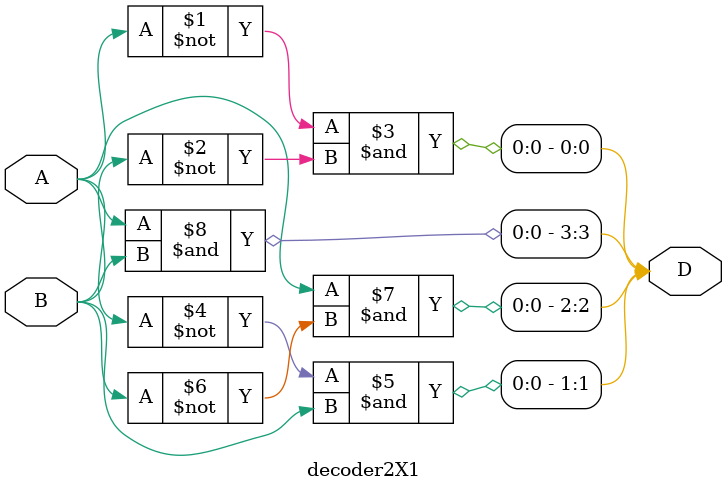
<source format=v>
`timescale 1ns / 1ps
module decoder2X1(A, B, D);
    input A, B;
    output [3:0] D;

    assign D[0] = ~A & ~B;
    assign D[1] = ~A & B;
    assign D[2] = A & ~B;
    assign D[3] = A & B;
endmodule

</source>
